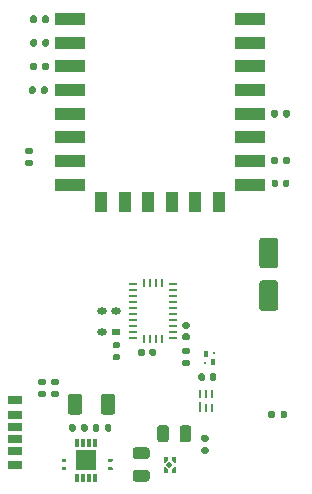
<source format=gbr>
%TF.GenerationSoftware,KiCad,Pcbnew,(5.1.9)-1*%
%TF.CreationDate,2022-10-17T20:04:13-04:00*%
%TF.ProjectId,slime,736c696d-652e-46b6-9963-61645f706362,rev?*%
%TF.SameCoordinates,Original*%
%TF.FileFunction,Paste,Top*%
%TF.FilePolarity,Positive*%
%FSLAX46Y46*%
G04 Gerber Fmt 4.6, Leading zero omitted, Abs format (unit mm)*
G04 Created by KiCad (PCBNEW (5.1.9)-1) date 2022-10-17 20:04:13*
%MOMM*%
%LPD*%
G01*
G04 APERTURE LIST*
%ADD10C,0.010000*%
%ADD11R,0.254000X0.675000*%
%ADD12R,0.675000X0.254000*%
%ADD13R,2.500000X1.000000*%
%ADD14R,1.000000X1.800000*%
%ADD15R,1.750000X1.750000*%
%ADD16R,0.300000X0.750000*%
%ADD17O,0.410000X0.570000*%
%ADD18O,0.250000X0.250000*%
%ADD19R,0.280000X0.750000*%
%ADD20R,0.280000X0.850000*%
%ADD21C,0.100000*%
%ADD22O,0.800000X0.600000*%
%ADD23R,0.800000X0.600000*%
%ADD24R,1.200000X0.800000*%
%ADD25R,1.200000X0.760000*%
%ADD26R,1.200000X0.700000*%
G04 APERTURE END LIST*
D10*
%TO.C,U4*%
G36*
X128555000Y-106000000D02*
G01*
X128555000Y-106390000D01*
X128445000Y-106390000D01*
X128295000Y-106240000D01*
X128295000Y-106000000D01*
X128555000Y-106000000D01*
G37*
X128555000Y-106000000D02*
X128555000Y-106390000D01*
X128445000Y-106390000D01*
X128295000Y-106240000D01*
X128295000Y-106000000D01*
X128555000Y-106000000D01*
G36*
X127645000Y-106000000D02*
G01*
X127645000Y-106390000D01*
X127755000Y-106390000D01*
X127905000Y-106240000D01*
X127905000Y-106000000D01*
X127645000Y-106000000D01*
G37*
X127645000Y-106000000D02*
X127645000Y-106390000D01*
X127755000Y-106390000D01*
X127905000Y-106240000D01*
X127905000Y-106000000D01*
X127645000Y-106000000D01*
G36*
X127645000Y-107200000D02*
G01*
X127645000Y-106810000D01*
X127755000Y-106810000D01*
X127905000Y-106960000D01*
X127905000Y-107200000D01*
X127645000Y-107200000D01*
G37*
X127645000Y-107200000D02*
X127645000Y-106810000D01*
X127755000Y-106810000D01*
X127905000Y-106960000D01*
X127905000Y-107200000D01*
X127645000Y-107200000D01*
G36*
X128555000Y-107200000D02*
G01*
X128555000Y-106810000D01*
X128445000Y-106810000D01*
X128295000Y-106960000D01*
X128295000Y-107200000D01*
X128555000Y-107200000D01*
G37*
X128555000Y-107200000D02*
X128555000Y-106810000D01*
X128445000Y-106810000D01*
X128295000Y-106960000D01*
X128295000Y-107200000D01*
X128555000Y-107200000D01*
%TD*%
D11*
%TO.C,U7*%
X127450000Y-91212500D03*
X126950000Y-91212500D03*
X126450000Y-91212500D03*
D12*
X128362500Y-91350000D03*
X128362500Y-91850000D03*
X128362500Y-92350000D03*
X128362500Y-92850000D03*
X128362500Y-93350000D03*
X128362500Y-93850000D03*
X128362500Y-94350000D03*
X128362500Y-94850000D03*
X128362500Y-95350000D03*
X125037500Y-91350000D03*
X125037500Y-91850000D03*
X125037500Y-92350000D03*
X125037500Y-92850000D03*
X125037500Y-93350000D03*
X125037500Y-93850000D03*
X125037500Y-94350000D03*
X125037500Y-94850000D03*
X125037500Y-95350000D03*
D11*
X127450000Y-95987500D03*
X126950000Y-95987500D03*
X126450000Y-95987500D03*
D12*
X125037500Y-95850000D03*
D11*
X125950000Y-95987500D03*
D12*
X128362500Y-95850000D03*
D11*
X125950000Y-91212500D03*
%TD*%
D13*
%TO.C,U5*%
X134900000Y-68900000D03*
X134900000Y-70900000D03*
X134900000Y-72900000D03*
X134900000Y-74900000D03*
X134900000Y-76900000D03*
X134900000Y-78900000D03*
X134900000Y-80900000D03*
X134900000Y-82900000D03*
D14*
X132300000Y-84400000D03*
X130300000Y-84400000D03*
X128300000Y-84400000D03*
X126300000Y-84400000D03*
X124300000Y-84400000D03*
X122300000Y-84400000D03*
D13*
X119700000Y-82900000D03*
X119700000Y-80900000D03*
X119700000Y-78900000D03*
X119700000Y-76900000D03*
X119700000Y-74900000D03*
X119700000Y-72900000D03*
X119700000Y-70900000D03*
X119700000Y-68900000D03*
%TD*%
%TO.C,R12*%
G36*
G01*
X137260000Y-76715000D02*
X137260000Y-77085000D01*
G75*
G02*
X137125000Y-77220000I-135000J0D01*
G01*
X136855000Y-77220000D01*
G75*
G02*
X136720000Y-77085000I0J135000D01*
G01*
X136720000Y-76715000D01*
G75*
G02*
X136855000Y-76580000I135000J0D01*
G01*
X137125000Y-76580000D01*
G75*
G02*
X137260000Y-76715000I0J-135000D01*
G01*
G37*
G36*
G01*
X138280000Y-76715000D02*
X138280000Y-77085000D01*
G75*
G02*
X138145000Y-77220000I-135000J0D01*
G01*
X137875000Y-77220000D01*
G75*
G02*
X137740000Y-77085000I0J135000D01*
G01*
X137740000Y-76715000D01*
G75*
G02*
X137875000Y-76580000I135000J0D01*
G01*
X138145000Y-76580000D01*
G75*
G02*
X138280000Y-76715000I0J-135000D01*
G01*
G37*
%TD*%
%TO.C,R11*%
G36*
G01*
X137740000Y-81035000D02*
X137740000Y-80665000D01*
G75*
G02*
X137875000Y-80530000I135000J0D01*
G01*
X138145000Y-80530000D01*
G75*
G02*
X138280000Y-80665000I0J-135000D01*
G01*
X138280000Y-81035000D01*
G75*
G02*
X138145000Y-81170000I-135000J0D01*
G01*
X137875000Y-81170000D01*
G75*
G02*
X137740000Y-81035000I0J135000D01*
G01*
G37*
G36*
G01*
X136720000Y-81035000D02*
X136720000Y-80665000D01*
G75*
G02*
X136855000Y-80530000I135000J0D01*
G01*
X137125000Y-80530000D01*
G75*
G02*
X137260000Y-80665000I0J-135000D01*
G01*
X137260000Y-81035000D01*
G75*
G02*
X137125000Y-81170000I-135000J0D01*
G01*
X136855000Y-81170000D01*
G75*
G02*
X136720000Y-81035000I0J135000D01*
G01*
G37*
%TD*%
D15*
%TO.C,U1*%
X121050000Y-106250000D03*
D16*
X121800000Y-104800000D03*
X121300000Y-104800000D03*
X120800000Y-104800000D03*
X120300000Y-104800000D03*
X121800000Y-107700000D03*
X121300000Y-107700000D03*
X120800000Y-107700000D03*
X120300000Y-107700000D03*
%TD*%
%TO.C,C1*%
G36*
G01*
X119300500Y-106414000D02*
X119099500Y-106414000D01*
G75*
G02*
X119020000Y-106334500I0J79500D01*
G01*
X119020000Y-106175500D01*
G75*
G02*
X119099500Y-106096000I79500J0D01*
G01*
X119300500Y-106096000D01*
G75*
G02*
X119380000Y-106175500I0J-79500D01*
G01*
X119380000Y-106334500D01*
G75*
G02*
X119300500Y-106414000I-79500J0D01*
G01*
G37*
G36*
G01*
X119300500Y-107104000D02*
X119099500Y-107104000D01*
G75*
G02*
X119020000Y-107024500I0J79500D01*
G01*
X119020000Y-106865500D01*
G75*
G02*
X119099500Y-106786000I79500J0D01*
G01*
X119300500Y-106786000D01*
G75*
G02*
X119380000Y-106865500I0J-79500D01*
G01*
X119380000Y-107024500D01*
G75*
G02*
X119300500Y-107104000I-79500J0D01*
G01*
G37*
%TD*%
%TO.C,C3*%
G36*
G01*
X122999500Y-106786000D02*
X123200500Y-106786000D01*
G75*
G02*
X123280000Y-106865500I0J-79500D01*
G01*
X123280000Y-107024500D01*
G75*
G02*
X123200500Y-107104000I-79500J0D01*
G01*
X122999500Y-107104000D01*
G75*
G02*
X122920000Y-107024500I0J79500D01*
G01*
X122920000Y-106865500D01*
G75*
G02*
X122999500Y-106786000I79500J0D01*
G01*
G37*
G36*
G01*
X122999500Y-106096000D02*
X123200500Y-106096000D01*
G75*
G02*
X123280000Y-106175500I0J-79500D01*
G01*
X123280000Y-106334500D01*
G75*
G02*
X123200500Y-106414000I-79500J0D01*
G01*
X122999500Y-106414000D01*
G75*
G02*
X122920000Y-106334500I0J79500D01*
G01*
X122920000Y-106175500D01*
G75*
G02*
X122999500Y-106096000I79500J0D01*
G01*
G37*
%TD*%
D17*
%TO.C,U3*%
X131150000Y-97230000D03*
X131800000Y-97910000D03*
D18*
X131900000Y-97140000D03*
X131080000Y-97990000D03*
%TD*%
%TO.C,R8*%
G36*
G01*
X137020000Y-102165000D02*
X137020000Y-102535000D01*
G75*
G02*
X136885000Y-102670000I-135000J0D01*
G01*
X136615000Y-102670000D01*
G75*
G02*
X136480000Y-102535000I0J135000D01*
G01*
X136480000Y-102165000D01*
G75*
G02*
X136615000Y-102030000I135000J0D01*
G01*
X136885000Y-102030000D01*
G75*
G02*
X137020000Y-102165000I0J-135000D01*
G01*
G37*
G36*
G01*
X138040000Y-102165000D02*
X138040000Y-102535000D01*
G75*
G02*
X137905000Y-102670000I-135000J0D01*
G01*
X137635000Y-102670000D01*
G75*
G02*
X137500000Y-102535000I0J135000D01*
G01*
X137500000Y-102165000D01*
G75*
G02*
X137635000Y-102030000I135000J0D01*
G01*
X137905000Y-102030000D01*
G75*
G02*
X138040000Y-102165000I0J-135000D01*
G01*
G37*
%TD*%
D19*
%TO.C,U2*%
X130700000Y-100625000D03*
X131200000Y-100625000D03*
X131700000Y-100625000D03*
X131700000Y-101775000D03*
X131200000Y-101775000D03*
D20*
X130700000Y-101725000D03*
%TD*%
D21*
%TO.C,U4*%
G36*
X127781802Y-106600000D02*
G01*
X128100000Y-106281802D01*
X128418198Y-106600000D01*
X128100000Y-106918198D01*
X127781802Y-106600000D01*
G37*
%TD*%
%TO.C,C5*%
G36*
G01*
X128050000Y-103525000D02*
X128050000Y-104475000D01*
G75*
G02*
X127800000Y-104725000I-250000J0D01*
G01*
X127300000Y-104725000D01*
G75*
G02*
X127050000Y-104475000I0J250000D01*
G01*
X127050000Y-103525000D01*
G75*
G02*
X127300000Y-103275000I250000J0D01*
G01*
X127800000Y-103275000D01*
G75*
G02*
X128050000Y-103525000I0J-250000D01*
G01*
G37*
G36*
G01*
X129950000Y-103525000D02*
X129950000Y-104475000D01*
G75*
G02*
X129700000Y-104725000I-250000J0D01*
G01*
X129200000Y-104725000D01*
G75*
G02*
X128950000Y-104475000I0J250000D01*
G01*
X128950000Y-103525000D01*
G75*
G02*
X129200000Y-103275000I250000J0D01*
G01*
X129700000Y-103275000D01*
G75*
G02*
X129950000Y-103525000I0J-250000D01*
G01*
G37*
%TD*%
%TO.C,C4*%
G36*
G01*
X126175000Y-106150000D02*
X125225000Y-106150000D01*
G75*
G02*
X124975000Y-105900000I0J250000D01*
G01*
X124975000Y-105400000D01*
G75*
G02*
X125225000Y-105150000I250000J0D01*
G01*
X126175000Y-105150000D01*
G75*
G02*
X126425000Y-105400000I0J-250000D01*
G01*
X126425000Y-105900000D01*
G75*
G02*
X126175000Y-106150000I-250000J0D01*
G01*
G37*
G36*
G01*
X126175000Y-108050000D02*
X125225000Y-108050000D01*
G75*
G02*
X124975000Y-107800000I0J250000D01*
G01*
X124975000Y-107300000D01*
G75*
G02*
X125225000Y-107050000I250000J0D01*
G01*
X126175000Y-107050000D01*
G75*
G02*
X126425000Y-107300000I0J-250000D01*
G01*
X126425000Y-107800000D01*
G75*
G02*
X126175000Y-108050000I-250000J0D01*
G01*
G37*
%TD*%
D22*
%TO.C,U5*%
X122400000Y-93600000D03*
X122400000Y-95400000D03*
X123600000Y-93600000D03*
D23*
X123600000Y-95400000D03*
%TD*%
%TO.C,R3*%
G36*
G01*
X129315000Y-97740000D02*
X129685000Y-97740000D01*
G75*
G02*
X129820000Y-97875000I0J-135000D01*
G01*
X129820000Y-98145000D01*
G75*
G02*
X129685000Y-98280000I-135000J0D01*
G01*
X129315000Y-98280000D01*
G75*
G02*
X129180000Y-98145000I0J135000D01*
G01*
X129180000Y-97875000D01*
G75*
G02*
X129315000Y-97740000I135000J0D01*
G01*
G37*
G36*
G01*
X129315000Y-96720000D02*
X129685000Y-96720000D01*
G75*
G02*
X129820000Y-96855000I0J-135000D01*
G01*
X129820000Y-97125000D01*
G75*
G02*
X129685000Y-97260000I-135000J0D01*
G01*
X129315000Y-97260000D01*
G75*
G02*
X129180000Y-97125000I0J135000D01*
G01*
X129180000Y-96855000D01*
G75*
G02*
X129315000Y-96720000I135000J0D01*
G01*
G37*
%TD*%
%TO.C,R2*%
G36*
G01*
X130915000Y-105140000D02*
X131285000Y-105140000D01*
G75*
G02*
X131420000Y-105275000I0J-135000D01*
G01*
X131420000Y-105545000D01*
G75*
G02*
X131285000Y-105680000I-135000J0D01*
G01*
X130915000Y-105680000D01*
G75*
G02*
X130780000Y-105545000I0J135000D01*
G01*
X130780000Y-105275000D01*
G75*
G02*
X130915000Y-105140000I135000J0D01*
G01*
G37*
G36*
G01*
X130915000Y-104120000D02*
X131285000Y-104120000D01*
G75*
G02*
X131420000Y-104255000I0J-135000D01*
G01*
X131420000Y-104525000D01*
G75*
G02*
X131285000Y-104660000I-135000J0D01*
G01*
X130915000Y-104660000D01*
G75*
G02*
X130780000Y-104525000I0J135000D01*
G01*
X130780000Y-104255000D01*
G75*
G02*
X130915000Y-104120000I135000J0D01*
G01*
G37*
%TD*%
%TO.C,R10*%
G36*
G01*
X116760000Y-74715000D02*
X116760000Y-75085000D01*
G75*
G02*
X116625000Y-75220000I-135000J0D01*
G01*
X116355000Y-75220000D01*
G75*
G02*
X116220000Y-75085000I0J135000D01*
G01*
X116220000Y-74715000D01*
G75*
G02*
X116355000Y-74580000I135000J0D01*
G01*
X116625000Y-74580000D01*
G75*
G02*
X116760000Y-74715000I0J-135000D01*
G01*
G37*
G36*
G01*
X117780000Y-74715000D02*
X117780000Y-75085000D01*
G75*
G02*
X117645000Y-75220000I-135000J0D01*
G01*
X117375000Y-75220000D01*
G75*
G02*
X117240000Y-75085000I0J135000D01*
G01*
X117240000Y-74715000D01*
G75*
G02*
X117375000Y-74580000I135000J0D01*
G01*
X117645000Y-74580000D01*
G75*
G02*
X117780000Y-74715000I0J-135000D01*
G01*
G37*
%TD*%
%TO.C,R16*%
G36*
G01*
X116015000Y-80790000D02*
X116385000Y-80790000D01*
G75*
G02*
X116520000Y-80925000I0J-135000D01*
G01*
X116520000Y-81195000D01*
G75*
G02*
X116385000Y-81330000I-135000J0D01*
G01*
X116015000Y-81330000D01*
G75*
G02*
X115880000Y-81195000I0J135000D01*
G01*
X115880000Y-80925000D01*
G75*
G02*
X116015000Y-80790000I135000J0D01*
G01*
G37*
G36*
G01*
X116015000Y-79770000D02*
X116385000Y-79770000D01*
G75*
G02*
X116520000Y-79905000I0J-135000D01*
G01*
X116520000Y-80175000D01*
G75*
G02*
X116385000Y-80310000I-135000J0D01*
G01*
X116015000Y-80310000D01*
G75*
G02*
X115880000Y-80175000I0J135000D01*
G01*
X115880000Y-79905000D01*
G75*
G02*
X116015000Y-79770000I135000J0D01*
G01*
G37*
%TD*%
%TO.C,R15*%
G36*
G01*
X116860000Y-72715000D02*
X116860000Y-73085000D01*
G75*
G02*
X116725000Y-73220000I-135000J0D01*
G01*
X116455000Y-73220000D01*
G75*
G02*
X116320000Y-73085000I0J135000D01*
G01*
X116320000Y-72715000D01*
G75*
G02*
X116455000Y-72580000I135000J0D01*
G01*
X116725000Y-72580000D01*
G75*
G02*
X116860000Y-72715000I0J-135000D01*
G01*
G37*
G36*
G01*
X117880000Y-72715000D02*
X117880000Y-73085000D01*
G75*
G02*
X117745000Y-73220000I-135000J0D01*
G01*
X117475000Y-73220000D01*
G75*
G02*
X117340000Y-73085000I0J135000D01*
G01*
X117340000Y-72715000D01*
G75*
G02*
X117475000Y-72580000I135000J0D01*
G01*
X117745000Y-72580000D01*
G75*
G02*
X117880000Y-72715000I0J-135000D01*
G01*
G37*
%TD*%
%TO.C,R13*%
G36*
G01*
X123415000Y-97240000D02*
X123785000Y-97240000D01*
G75*
G02*
X123920000Y-97375000I0J-135000D01*
G01*
X123920000Y-97645000D01*
G75*
G02*
X123785000Y-97780000I-135000J0D01*
G01*
X123415000Y-97780000D01*
G75*
G02*
X123280000Y-97645000I0J135000D01*
G01*
X123280000Y-97375000D01*
G75*
G02*
X123415000Y-97240000I135000J0D01*
G01*
G37*
G36*
G01*
X123415000Y-96220000D02*
X123785000Y-96220000D01*
G75*
G02*
X123920000Y-96355000I0J-135000D01*
G01*
X123920000Y-96625000D01*
G75*
G02*
X123785000Y-96760000I-135000J0D01*
G01*
X123415000Y-96760000D01*
G75*
G02*
X123280000Y-96625000I0J135000D01*
G01*
X123280000Y-96355000D01*
G75*
G02*
X123415000Y-96220000I135000J0D01*
G01*
G37*
%TD*%
%TO.C,R9*%
G36*
G01*
X117340000Y-71085000D02*
X117340000Y-70715000D01*
G75*
G02*
X117475000Y-70580000I135000J0D01*
G01*
X117745000Y-70580000D01*
G75*
G02*
X117880000Y-70715000I0J-135000D01*
G01*
X117880000Y-71085000D01*
G75*
G02*
X117745000Y-71220000I-135000J0D01*
G01*
X117475000Y-71220000D01*
G75*
G02*
X117340000Y-71085000I0J135000D01*
G01*
G37*
G36*
G01*
X116320000Y-71085000D02*
X116320000Y-70715000D01*
G75*
G02*
X116455000Y-70580000I135000J0D01*
G01*
X116725000Y-70580000D01*
G75*
G02*
X116860000Y-70715000I0J-135000D01*
G01*
X116860000Y-71085000D01*
G75*
G02*
X116725000Y-71220000I-135000J0D01*
G01*
X116455000Y-71220000D01*
G75*
G02*
X116320000Y-71085000I0J135000D01*
G01*
G37*
%TD*%
%TO.C,R7*%
G36*
G01*
X117340000Y-69085000D02*
X117340000Y-68715000D01*
G75*
G02*
X117475000Y-68580000I135000J0D01*
G01*
X117745000Y-68580000D01*
G75*
G02*
X117880000Y-68715000I0J-135000D01*
G01*
X117880000Y-69085000D01*
G75*
G02*
X117745000Y-69220000I-135000J0D01*
G01*
X117475000Y-69220000D01*
G75*
G02*
X117340000Y-69085000I0J135000D01*
G01*
G37*
G36*
G01*
X116320000Y-69085000D02*
X116320000Y-68715000D01*
G75*
G02*
X116455000Y-68580000I135000J0D01*
G01*
X116725000Y-68580000D01*
G75*
G02*
X116860000Y-68715000I0J-135000D01*
G01*
X116860000Y-69085000D01*
G75*
G02*
X116725000Y-69220000I-135000J0D01*
G01*
X116455000Y-69220000D01*
G75*
G02*
X116320000Y-69085000I0J135000D01*
G01*
G37*
%TD*%
%TO.C,R6*%
G36*
G01*
X120150000Y-103315000D02*
X120150000Y-103685000D01*
G75*
G02*
X120015000Y-103820000I-135000J0D01*
G01*
X119745000Y-103820000D01*
G75*
G02*
X119610000Y-103685000I0J135000D01*
G01*
X119610000Y-103315000D01*
G75*
G02*
X119745000Y-103180000I135000J0D01*
G01*
X120015000Y-103180000D01*
G75*
G02*
X120150000Y-103315000I0J-135000D01*
G01*
G37*
G36*
G01*
X121170000Y-103315000D02*
X121170000Y-103685000D01*
G75*
G02*
X121035000Y-103820000I-135000J0D01*
G01*
X120765000Y-103820000D01*
G75*
G02*
X120630000Y-103685000I0J135000D01*
G01*
X120630000Y-103315000D01*
G75*
G02*
X120765000Y-103180000I135000J0D01*
G01*
X121035000Y-103180000D01*
G75*
G02*
X121170000Y-103315000I0J-135000D01*
G01*
G37*
%TD*%
%TO.C,R5*%
G36*
G01*
X122650000Y-103685000D02*
X122650000Y-103315000D01*
G75*
G02*
X122785000Y-103180000I135000J0D01*
G01*
X123055000Y-103180000D01*
G75*
G02*
X123190000Y-103315000I0J-135000D01*
G01*
X123190000Y-103685000D01*
G75*
G02*
X123055000Y-103820000I-135000J0D01*
G01*
X122785000Y-103820000D01*
G75*
G02*
X122650000Y-103685000I0J135000D01*
G01*
G37*
G36*
G01*
X121630000Y-103685000D02*
X121630000Y-103315000D01*
G75*
G02*
X121765000Y-103180000I135000J0D01*
G01*
X122035000Y-103180000D01*
G75*
G02*
X122170000Y-103315000I0J-135000D01*
G01*
X122170000Y-103685000D01*
G75*
G02*
X122035000Y-103820000I-135000J0D01*
G01*
X121765000Y-103820000D01*
G75*
G02*
X121630000Y-103685000I0J135000D01*
G01*
G37*
%TD*%
%TO.C,R4*%
G36*
G01*
X117485000Y-99860000D02*
X117115000Y-99860000D01*
G75*
G02*
X116980000Y-99725000I0J135000D01*
G01*
X116980000Y-99455000D01*
G75*
G02*
X117115000Y-99320000I135000J0D01*
G01*
X117485000Y-99320000D01*
G75*
G02*
X117620000Y-99455000I0J-135000D01*
G01*
X117620000Y-99725000D01*
G75*
G02*
X117485000Y-99860000I-135000J0D01*
G01*
G37*
G36*
G01*
X117485000Y-100880000D02*
X117115000Y-100880000D01*
G75*
G02*
X116980000Y-100745000I0J135000D01*
G01*
X116980000Y-100475000D01*
G75*
G02*
X117115000Y-100340000I135000J0D01*
G01*
X117485000Y-100340000D01*
G75*
G02*
X117620000Y-100475000I0J-135000D01*
G01*
X117620000Y-100745000D01*
G75*
G02*
X117485000Y-100880000I-135000J0D01*
G01*
G37*
%TD*%
%TO.C,R1*%
G36*
G01*
X118585000Y-99860000D02*
X118215000Y-99860000D01*
G75*
G02*
X118080000Y-99725000I0J135000D01*
G01*
X118080000Y-99455000D01*
G75*
G02*
X118215000Y-99320000I135000J0D01*
G01*
X118585000Y-99320000D01*
G75*
G02*
X118720000Y-99455000I0J-135000D01*
G01*
X118720000Y-99725000D01*
G75*
G02*
X118585000Y-99860000I-135000J0D01*
G01*
G37*
G36*
G01*
X118585000Y-100880000D02*
X118215000Y-100880000D01*
G75*
G02*
X118080000Y-100745000I0J135000D01*
G01*
X118080000Y-100475000D01*
G75*
G02*
X118215000Y-100340000I135000J0D01*
G01*
X118585000Y-100340000D01*
G75*
G02*
X118720000Y-100475000I0J-135000D01*
G01*
X118720000Y-100745000D01*
G75*
G02*
X118585000Y-100880000I-135000J0D01*
G01*
G37*
%TD*%
D24*
%TO.C,USB*%
X114980000Y-101150000D03*
X114980000Y-106650000D03*
D25*
X114980000Y-102380000D03*
X114980000Y-105420000D03*
D26*
X114980000Y-103400000D03*
X114980000Y-104400000D03*
%TD*%
%TO.C,D1*%
G36*
G01*
X120725000Y-100875000D02*
X120725000Y-102125000D01*
G75*
G02*
X120475000Y-102375000I-250000J0D01*
G01*
X119725000Y-102375000D01*
G75*
G02*
X119475000Y-102125000I0J250000D01*
G01*
X119475000Y-100875000D01*
G75*
G02*
X119725000Y-100625000I250000J0D01*
G01*
X120475000Y-100625000D01*
G75*
G02*
X120725000Y-100875000I0J-250000D01*
G01*
G37*
G36*
G01*
X123525000Y-100875000D02*
X123525000Y-102125000D01*
G75*
G02*
X123275000Y-102375000I-250000J0D01*
G01*
X122525000Y-102375000D01*
G75*
G02*
X122275000Y-102125000I0J250000D01*
G01*
X122275000Y-100875000D01*
G75*
G02*
X122525000Y-100625000I250000J0D01*
G01*
X123275000Y-100625000D01*
G75*
G02*
X123525000Y-100875000I0J-250000D01*
G01*
G37*
%TD*%
%TO.C,C2*%
G36*
G01*
X131100000Y-99030000D02*
X131100000Y-99370000D01*
G75*
G02*
X130960000Y-99510000I-140000J0D01*
G01*
X130680000Y-99510000D01*
G75*
G02*
X130540000Y-99370000I0J140000D01*
G01*
X130540000Y-99030000D01*
G75*
G02*
X130680000Y-98890000I140000J0D01*
G01*
X130960000Y-98890000D01*
G75*
G02*
X131100000Y-99030000I0J-140000D01*
G01*
G37*
G36*
G01*
X132060000Y-99030000D02*
X132060000Y-99370000D01*
G75*
G02*
X131920000Y-99510000I-140000J0D01*
G01*
X131640000Y-99510000D01*
G75*
G02*
X131500000Y-99370000I0J140000D01*
G01*
X131500000Y-99030000D01*
G75*
G02*
X131640000Y-98890000I140000J0D01*
G01*
X131920000Y-98890000D01*
G75*
G02*
X132060000Y-99030000I0J-140000D01*
G01*
G37*
%TD*%
%TO.C,C8*%
G36*
G01*
X137700000Y-82970000D02*
X137700000Y-82630000D01*
G75*
G02*
X137840000Y-82490000I140000J0D01*
G01*
X138120000Y-82490000D01*
G75*
G02*
X138260000Y-82630000I0J-140000D01*
G01*
X138260000Y-82970000D01*
G75*
G02*
X138120000Y-83110000I-140000J0D01*
G01*
X137840000Y-83110000D01*
G75*
G02*
X137700000Y-82970000I0J140000D01*
G01*
G37*
G36*
G01*
X136740000Y-82970000D02*
X136740000Y-82630000D01*
G75*
G02*
X136880000Y-82490000I140000J0D01*
G01*
X137160000Y-82490000D01*
G75*
G02*
X137300000Y-82630000I0J-140000D01*
G01*
X137300000Y-82970000D01*
G75*
G02*
X137160000Y-83110000I-140000J0D01*
G01*
X136880000Y-83110000D01*
G75*
G02*
X136740000Y-82970000I0J140000D01*
G01*
G37*
%TD*%
%TO.C,C7*%
G36*
G01*
X129330000Y-95500000D02*
X129670000Y-95500000D01*
G75*
G02*
X129810000Y-95640000I0J-140000D01*
G01*
X129810000Y-95920000D01*
G75*
G02*
X129670000Y-96060000I-140000J0D01*
G01*
X129330000Y-96060000D01*
G75*
G02*
X129190000Y-95920000I0J140000D01*
G01*
X129190000Y-95640000D01*
G75*
G02*
X129330000Y-95500000I140000J0D01*
G01*
G37*
G36*
G01*
X129330000Y-94540000D02*
X129670000Y-94540000D01*
G75*
G02*
X129810000Y-94680000I0J-140000D01*
G01*
X129810000Y-94960000D01*
G75*
G02*
X129670000Y-95100000I-140000J0D01*
G01*
X129330000Y-95100000D01*
G75*
G02*
X129190000Y-94960000I0J140000D01*
G01*
X129190000Y-94680000D01*
G75*
G02*
X129330000Y-94540000I140000J0D01*
G01*
G37*
%TD*%
%TO.C,C6*%
G36*
G01*
X126000000Y-96930000D02*
X126000000Y-97270000D01*
G75*
G02*
X125860000Y-97410000I-140000J0D01*
G01*
X125580000Y-97410000D01*
G75*
G02*
X125440000Y-97270000I0J140000D01*
G01*
X125440000Y-96930000D01*
G75*
G02*
X125580000Y-96790000I140000J0D01*
G01*
X125860000Y-96790000D01*
G75*
G02*
X126000000Y-96930000I0J-140000D01*
G01*
G37*
G36*
G01*
X126960000Y-96930000D02*
X126960000Y-97270000D01*
G75*
G02*
X126820000Y-97410000I-140000J0D01*
G01*
X126540000Y-97410000D01*
G75*
G02*
X126400000Y-97270000I0J140000D01*
G01*
X126400000Y-96930000D01*
G75*
G02*
X126540000Y-96790000I140000J0D01*
G01*
X126820000Y-96790000D01*
G75*
G02*
X126960000Y-96930000I0J-140000D01*
G01*
G37*
%TD*%
%TO.C,C4*%
G36*
G01*
X135950000Y-91000000D02*
X137050000Y-91000000D01*
G75*
G02*
X137300000Y-91250000I0J-250000D01*
G01*
X137300000Y-93350000D01*
G75*
G02*
X137050000Y-93600000I-250000J0D01*
G01*
X135950000Y-93600000D01*
G75*
G02*
X135700000Y-93350000I0J250000D01*
G01*
X135700000Y-91250000D01*
G75*
G02*
X135950000Y-91000000I250000J0D01*
G01*
G37*
G36*
G01*
X135950000Y-87400000D02*
X137050000Y-87400000D01*
G75*
G02*
X137300000Y-87650000I0J-250000D01*
G01*
X137300000Y-89750000D01*
G75*
G02*
X137050000Y-90000000I-250000J0D01*
G01*
X135950000Y-90000000D01*
G75*
G02*
X135700000Y-89750000I0J250000D01*
G01*
X135700000Y-87650000D01*
G75*
G02*
X135950000Y-87400000I250000J0D01*
G01*
G37*
%TD*%
M02*

</source>
